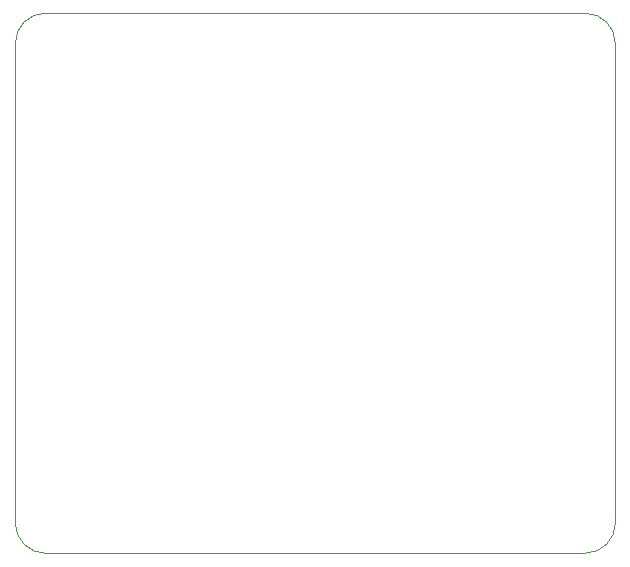
<source format=gbr>
%TF.GenerationSoftware,KiCad,Pcbnew,(5.1.7)-1*%
%TF.CreationDate,2020-11-03T20:57:22+11:00*%
%TF.ProjectId,physbryk_power_supply,70687973-6272-4796-9b5f-706f7765725f,0.0.1*%
%TF.SameCoordinates,Original*%
%TF.FileFunction,Profile,NP*%
%FSLAX46Y46*%
G04 Gerber Fmt 4.6, Leading zero omitted, Abs format (unit mm)*
G04 Created by KiCad (PCBNEW (5.1.7)-1) date 2020-11-03 20:57:22*
%MOMM*%
%LPD*%
G01*
G04 APERTURE LIST*
%TA.AperFunction,Profile*%
%ADD10C,0.050000*%
%TD*%
G04 APERTURE END LIST*
D10*
X172720000Y-72390000D02*
G75*
G02*
X175260000Y-74930000I0J-2540000D01*
G01*
X127000000Y-118110000D02*
G75*
G02*
X124460000Y-115570000I0J2540000D01*
G01*
X175260000Y-115570000D02*
G75*
G02*
X172720000Y-118110000I-2540000J0D01*
G01*
X124460000Y-74930000D02*
G75*
G02*
X127000000Y-72390000I2540000J0D01*
G01*
X172720000Y-72390000D02*
X127000000Y-72390000D01*
X175260000Y-115570000D02*
X175260000Y-74930000D01*
X127000000Y-118110000D02*
X172720000Y-118110000D01*
X124460000Y-74930000D02*
X124460000Y-115570000D01*
M02*

</source>
